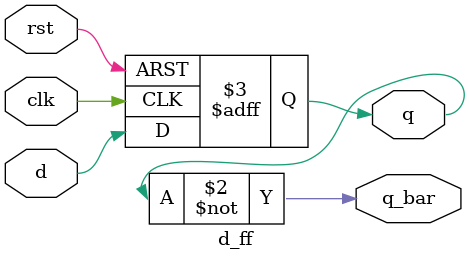
<source format=v>
module d_ff(
input clk,rst,d,
output reg q,
output q_bar);
always@(posedge clk or posedge rst)begin
if(rst)
q<=1'b0;
else
q<=d;
end
assign q_bar=~q;
endmodule

</source>
